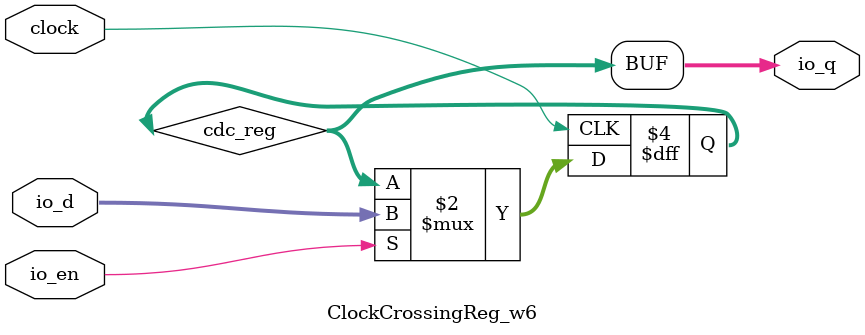
<source format=sv>

`ifndef RANDOMIZE
  `ifdef RANDOMIZE_REG_INIT
    `define RANDOMIZE
  `endif // RANDOMIZE_REG_INIT
`endif // not def RANDOMIZE
`ifndef SYNTHESIS
  `ifndef ENABLE_INITIAL_REG_
    `define ENABLE_INITIAL_REG_
  `endif // not def ENABLE_INITIAL_REG_
`endif // not def SYNTHESIS

// Standard header to adapt well known macros for register randomization.

// RANDOM may be set to an expression that produces a 32-bit random unsigned value.
`ifndef RANDOM
  `define RANDOM $random
`endif // not def RANDOM

// Users can define INIT_RANDOM as general code that gets injected into the
// initializer block for modules with registers.
`ifndef INIT_RANDOM
  `define INIT_RANDOM
`endif // not def INIT_RANDOM

// If using random initialization, you can also define RANDOMIZE_DELAY to
// customize the delay used, otherwise 0.002 is used.
`ifndef RANDOMIZE_DELAY
  `define RANDOMIZE_DELAY 0.002
`endif // not def RANDOMIZE_DELAY

// Define INIT_RANDOM_PROLOG_ for use in our modules below.
`ifndef INIT_RANDOM_PROLOG_
  `ifdef RANDOMIZE
    `ifdef VERILATOR
      `define INIT_RANDOM_PROLOG_ `INIT_RANDOM
    `else  // VERILATOR
      `define INIT_RANDOM_PROLOG_ `INIT_RANDOM #`RANDOMIZE_DELAY begin end
    `endif // VERILATOR
  `else  // RANDOMIZE
    `define INIT_RANDOM_PROLOG_
  `endif // RANDOMIZE
`endif // not def INIT_RANDOM_PROLOG_
module ClockCrossingReg_w6(	// @[generators/rocket-chip/src/main/scala/util/SynchronizerReg.scala:191:7]
  input        clock,	// @[generators/rocket-chip/src/main/scala/util/SynchronizerReg.scala:191:7]
  input  [5:0] io_d,	// @[generators/rocket-chip/src/main/scala/util/SynchronizerReg.scala:195:14]
  output [5:0] io_q,	// @[generators/rocket-chip/src/main/scala/util/SynchronizerReg.scala:195:14]
  input        io_en	// @[generators/rocket-chip/src/main/scala/util/SynchronizerReg.scala:195:14]
);

  reg [5:0] cdc_reg;	// @[generators/rocket-chip/src/main/scala/util/SynchronizerReg.scala:201:76]
  always @(posedge clock) begin	// @[generators/rocket-chip/src/main/scala/util/SynchronizerReg.scala:191:7]
    if (io_en)	// @[generators/rocket-chip/src/main/scala/util/SynchronizerReg.scala:195:14]
      cdc_reg <= io_d;	// @[generators/rocket-chip/src/main/scala/util/SynchronizerReg.scala:201:76]
  end // always @(posedge)
  `ifdef ENABLE_INITIAL_REG_	// @[generators/rocket-chip/src/main/scala/util/SynchronizerReg.scala:191:7]
    `ifdef FIRRTL_BEFORE_INITIAL	// @[generators/rocket-chip/src/main/scala/util/SynchronizerReg.scala:191:7]
      `FIRRTL_BEFORE_INITIAL	// @[generators/rocket-chip/src/main/scala/util/SynchronizerReg.scala:191:7]
    `endif // FIRRTL_BEFORE_INITIAL
    logic [31:0] _RANDOM[0:0];	// @[generators/rocket-chip/src/main/scala/util/SynchronizerReg.scala:191:7]
    initial begin	// @[generators/rocket-chip/src/main/scala/util/SynchronizerReg.scala:191:7]
      `ifdef INIT_RANDOM_PROLOG_	// @[generators/rocket-chip/src/main/scala/util/SynchronizerReg.scala:191:7]
        `INIT_RANDOM_PROLOG_	// @[generators/rocket-chip/src/main/scala/util/SynchronizerReg.scala:191:7]
      `endif // INIT_RANDOM_PROLOG_
      `ifdef RANDOMIZE_REG_INIT	// @[generators/rocket-chip/src/main/scala/util/SynchronizerReg.scala:191:7]
        _RANDOM[/*Zero width*/ 1'b0] = `RANDOM;	// @[generators/rocket-chip/src/main/scala/util/SynchronizerReg.scala:191:7]
        cdc_reg = _RANDOM[/*Zero width*/ 1'b0][5:0];	// @[generators/rocket-chip/src/main/scala/util/SynchronizerReg.scala:191:7, :201:76]
      `endif // RANDOMIZE_REG_INIT
    end // initial
    `ifdef FIRRTL_AFTER_INITIAL	// @[generators/rocket-chip/src/main/scala/util/SynchronizerReg.scala:191:7]
      `FIRRTL_AFTER_INITIAL	// @[generators/rocket-chip/src/main/scala/util/SynchronizerReg.scala:191:7]
    `endif // FIRRTL_AFTER_INITIAL
  `endif // ENABLE_INITIAL_REG_
  assign io_q = cdc_reg;	// @[generators/rocket-chip/src/main/scala/util/SynchronizerReg.scala:191:7, :201:76]
endmodule


</source>
